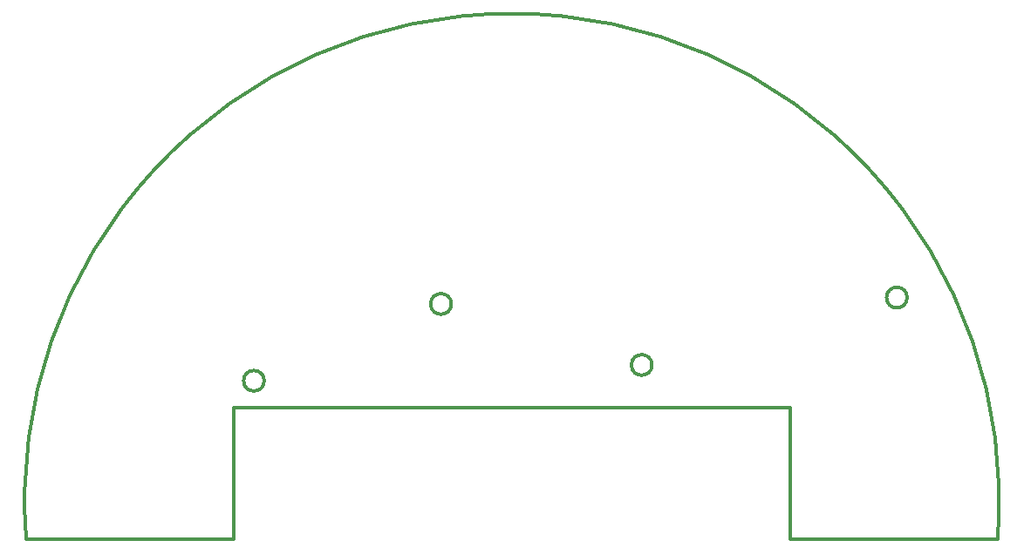
<source format=gbr>
%TF.GenerationSoftware,KiCad,Pcbnew,9.0.4-9.0.4-0~ubuntu24.04.1*%
%TF.CreationDate,2025-11-05T21:41:33+05:30*%
%TF.ProjectId,WeighingScalePCB,57656967-6869-46e6-9753-63616c655043,rev?*%
%TF.SameCoordinates,Original*%
%TF.FileFunction,Profile,NP*%
%FSLAX46Y46*%
G04 Gerber Fmt 4.6, Leading zero omitted, Abs format (unit mm)*
G04 Created by KiCad (PCBNEW 9.0.4-9.0.4-0~ubuntu24.04.1) date 2025-11-05 21:41:33*
%MOMM*%
%LPD*%
G01*
G04 APERTURE LIST*
%TA.AperFunction,Profile*%
%ADD10C,0.350000*%
%TD*%
G04 APERTURE END LIST*
D10*
X119880000Y-75041353D02*
X119880000Y-87818647D01*
X173880001Y-87818647D02*
X194028935Y-87818647D01*
X173880001Y-75041353D02*
X119880000Y-75041353D01*
X99731067Y-87818647D02*
G75*
G02*
X194028935Y-87818647I47148934J3777296D01*
G01*
X160477039Y-70901954D02*
G75*
G02*
X158477039Y-70901954I-1000000J0D01*
G01*
X158477039Y-70901954D02*
G75*
G02*
X160477039Y-70901954I1000000J0D01*
G01*
X173880001Y-87818647D02*
X173880001Y-75041353D01*
X99731067Y-87818647D02*
X119880000Y-87818647D01*
X122834017Y-72435558D02*
G75*
G02*
X120834017Y-72435558I-1000000J0D01*
G01*
X120834017Y-72435558D02*
G75*
G02*
X122834017Y-72435558I1000000J0D01*
G01*
X140996841Y-64971354D02*
G75*
G02*
X138996841Y-64971354I-1000000J0D01*
G01*
X138996841Y-64971354D02*
G75*
G02*
X140996841Y-64971354I1000000J0D01*
G01*
X185247077Y-64349280D02*
G75*
G02*
X183247077Y-64349280I-1000000J0D01*
G01*
X183247077Y-64349280D02*
G75*
G02*
X185247077Y-64349280I1000000J0D01*
G01*
M02*

</source>
